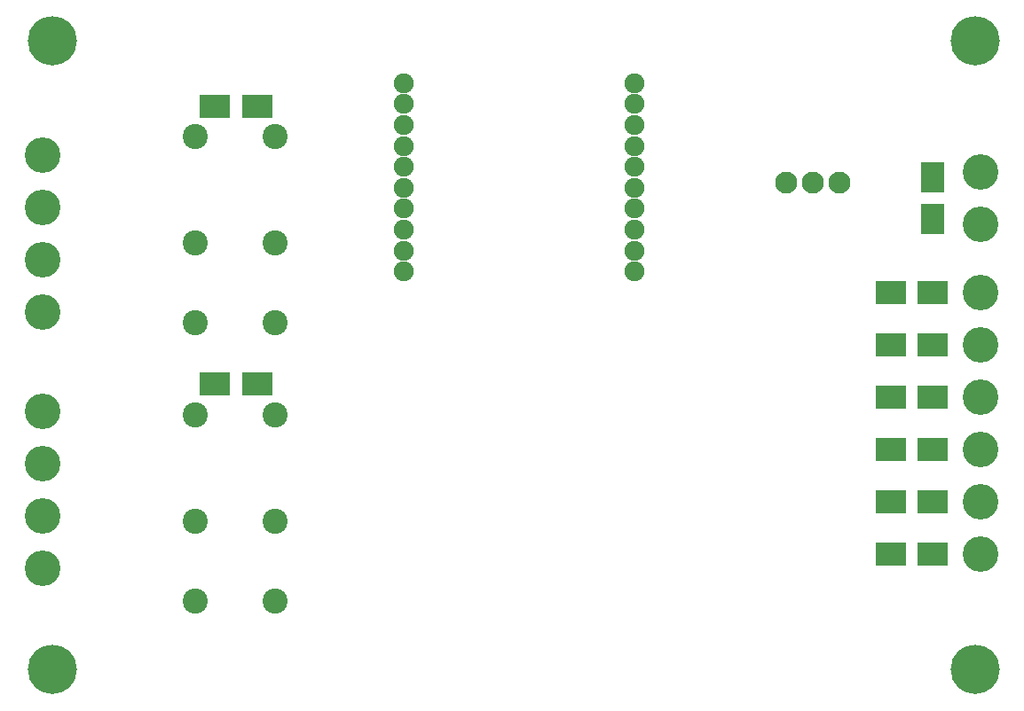
<source format=gbr>
G04 #@! TF.GenerationSoftware,KiCad,Pcbnew,(5.0.0-3-g5ebb6b6)*
G04 #@! TF.CreationDate,2018-09-16T20:50:52-07:00*
G04 #@! TF.ProjectId,controller_MK5,636F6E74726F6C6C65725F4D4B352E6B,rev?*
G04 #@! TF.SameCoordinates,Original*
G04 #@! TF.FileFunction,Soldermask,Bot*
G04 #@! TF.FilePolarity,Negative*
%FSLAX46Y46*%
G04 Gerber Fmt 4.6, Leading zero omitted, Abs format (unit mm)*
G04 Created by KiCad (PCBNEW (5.0.0-3-g5ebb6b6)) date Sunday, September 16, 2018 at 08:50:52 PM*
%MOMM*%
%LPD*%
G01*
G04 APERTURE LIST*
%ADD10C,2.400000*%
%ADD11R,2.200000X2.900000*%
%ADD12C,1.900000*%
%ADD13C,3.400000*%
%ADD14C,4.700000*%
%ADD15R,2.900000X2.200000*%
%ADD16C,2.100000*%
G04 APERTURE END LIST*
D10*
G04 #@! TO.C,U7*
X74990000Y-115890000D03*
X74990000Y-126050000D03*
X74990000Y-133670000D03*
X82610000Y-133670000D03*
X82610000Y-126050000D03*
X82610000Y-115890000D03*
G04 #@! TD*
G04 #@! TO.C,U11*
X74990000Y-89290000D03*
X74990000Y-99450000D03*
X74990000Y-107070000D03*
X82610000Y-107070000D03*
X82610000Y-99450000D03*
X82610000Y-89290000D03*
G04 #@! TD*
D11*
G04 #@! TO.C,D1*
X145400000Y-97200000D03*
X145400000Y-93200000D03*
G04 #@! TD*
D12*
G04 #@! TO.C,U1*
X116900000Y-84200000D03*
X94900000Y-84200000D03*
X116900000Y-86200000D03*
X94900000Y-86200000D03*
X116900000Y-88200000D03*
X94900000Y-88200000D03*
X116900000Y-90200000D03*
X94900000Y-90200000D03*
X116900000Y-92200000D03*
X94900000Y-92200000D03*
X116900000Y-94200000D03*
X94900000Y-94200000D03*
X116900000Y-96200000D03*
X94900000Y-96200000D03*
X116900000Y-98200000D03*
X94900000Y-98200000D03*
X116900000Y-100200000D03*
X94900000Y-100200000D03*
X116900000Y-102200000D03*
X94900000Y-102200000D03*
G04 #@! TD*
D13*
G04 #@! TO.C,J1*
X149900000Y-92700000D03*
X149900000Y-97700000D03*
G04 #@! TD*
G04 #@! TO.C,J4*
X60400000Y-91050000D03*
X60400000Y-96050000D03*
X60400000Y-101050000D03*
X60400000Y-106050000D03*
G04 #@! TD*
G04 #@! TO.C,J5*
X60400000Y-130550000D03*
X60400000Y-125550000D03*
X60400000Y-120550000D03*
X60400000Y-115550000D03*
G04 #@! TD*
G04 #@! TO.C,J6*
X149900000Y-104200000D03*
X149900000Y-109200000D03*
X149900000Y-114200000D03*
X149900000Y-119200000D03*
X149900000Y-124200000D03*
X149900000Y-129200000D03*
G04 #@! TD*
D14*
G04 #@! TO.C,J2*
X149400000Y-140200000D03*
G04 #@! TD*
G04 #@! TO.C,J7*
X149400000Y-80200000D03*
G04 #@! TD*
G04 #@! TO.C,J8*
X61400000Y-140200000D03*
G04 #@! TD*
G04 #@! TO.C,J9*
X61400000Y-80200000D03*
G04 #@! TD*
D15*
G04 #@! TO.C,D4*
X141400000Y-129200000D03*
X145400000Y-129200000D03*
G04 #@! TD*
G04 #@! TO.C,D5*
X141400000Y-124200000D03*
X145400000Y-124200000D03*
G04 #@! TD*
G04 #@! TO.C,D6*
X145400000Y-119200000D03*
X141400000Y-119200000D03*
G04 #@! TD*
G04 #@! TO.C,D8*
X145400000Y-114200000D03*
X141400000Y-114200000D03*
G04 #@! TD*
G04 #@! TO.C,D9*
X141400000Y-109200000D03*
X145400000Y-109200000D03*
G04 #@! TD*
G04 #@! TO.C,D10*
X145400000Y-104200000D03*
X141400000Y-104200000D03*
G04 #@! TD*
G04 #@! TO.C,D11*
X80900000Y-86450000D03*
X76900000Y-86450000D03*
G04 #@! TD*
G04 #@! TO.C,D2*
X80900000Y-112950000D03*
X76900000Y-112950000D03*
G04 #@! TD*
D16*
G04 #@! TO.C,U2*
X136440000Y-93700000D03*
X133900000Y-93700000D03*
X131360000Y-93700000D03*
G04 #@! TD*
M02*

</source>
